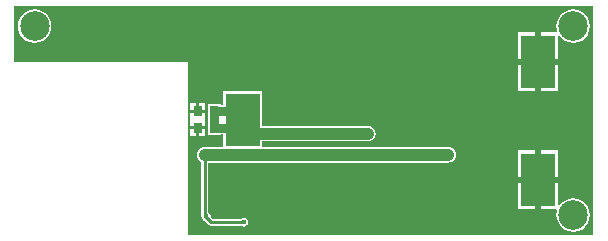
<source format=gbl>
G04*
G04 #@! TF.GenerationSoftware,Altium Limited,Altium Designer,19.1.5 (86)*
G04*
G04 Layer_Physical_Order=2*
G04 Layer_Color=16711680*
%FSLAX25Y25*%
%MOIN*%
G70*
G01*
G75*
%ADD14C,0.01000*%
%ADD17R,0.03150X0.03543*%
%ADD31C,0.03937*%
%ADD33C,0.02953*%
%ADD34C,0.09843*%
%ADD35C,0.01772*%
%ADD36C,0.02756*%
%ADD37R,0.11417X0.17717*%
%ADD38R,0.11811X0.17717*%
G36*
X194123Y1152D02*
X59055D01*
Y59055D01*
X1152D01*
Y77588D01*
X194123D01*
Y1152D01*
D02*
G37*
%LPC*%
G36*
X187402Y76465D02*
X185952Y76274D01*
X184602Y75715D01*
X183442Y74825D01*
X182553Y73666D01*
X181993Y72315D01*
X181802Y70866D01*
X181993Y69417D01*
X182030Y69329D01*
X181752Y68913D01*
X176673D01*
Y60039D01*
X182398D01*
Y67447D01*
X182898Y67617D01*
X183442Y66907D01*
X184602Y66017D01*
X185952Y65458D01*
X187402Y65267D01*
X188851Y65458D01*
X190201Y66017D01*
X191361Y66907D01*
X192251Y68067D01*
X192810Y69417D01*
X193001Y70866D01*
X192810Y72315D01*
X192251Y73666D01*
X191361Y74825D01*
X190201Y75715D01*
X188851Y76274D01*
X187402Y76465D01*
D02*
G37*
G36*
X7874D02*
X6425Y76274D01*
X5074Y75715D01*
X3915Y74825D01*
X3025Y73666D01*
X2466Y72315D01*
X2275Y70866D01*
X2466Y69417D01*
X3025Y68067D01*
X3915Y66907D01*
X5074Y66017D01*
X6425Y65458D01*
X7874Y65267D01*
X9323Y65458D01*
X10674Y66017D01*
X11833Y66907D01*
X12723Y68067D01*
X13282Y69417D01*
X13473Y70866D01*
X13282Y72315D01*
X12723Y73666D01*
X11833Y74825D01*
X10674Y75715D01*
X9323Y76274D01*
X7874Y76465D01*
D02*
G37*
G36*
X174705Y68913D02*
X168980D01*
Y60039D01*
X174705D01*
Y68913D01*
D02*
G37*
G36*
X182398Y58071D02*
X176673D01*
Y49197D01*
X182398D01*
Y58071D01*
D02*
G37*
G36*
X174705D02*
X168980D01*
Y49197D01*
X174705D01*
Y58071D01*
D02*
G37*
G36*
X83799Y49173D02*
X70728D01*
Y44667D01*
X69921D01*
Y44921D01*
X65512D01*
Y40118D01*
X65569D01*
Y39409D01*
X65512D01*
Y34606D01*
X69921D01*
Y34860D01*
X70728D01*
Y30574D01*
X64567D01*
X63889Y30484D01*
X63257Y30222D01*
X62714Y29806D01*
X62297Y29263D01*
X62035Y28631D01*
X61946Y27953D01*
X62035Y27274D01*
X62297Y26642D01*
X62714Y26100D01*
X63257Y25683D01*
X63415Y25618D01*
Y7672D01*
X63434Y7576D01*
X63415Y7480D01*
X63533Y6889D01*
X63868Y6387D01*
X64369Y6053D01*
X64604Y6006D01*
X65913Y4697D01*
X66287Y4447D01*
X66728Y4360D01*
X76555D01*
X76968Y4084D01*
X77559Y3966D01*
X78150Y4084D01*
X78652Y4419D01*
X78987Y4920D01*
X79104Y5512D01*
X78987Y6103D01*
X78652Y6605D01*
X78150Y6940D01*
X77559Y7057D01*
X76968Y6940D01*
X76555Y6664D01*
X67205D01*
X66487Y7382D01*
X66506Y7480D01*
X66388Y8072D01*
X66053Y8573D01*
X65719Y8797D01*
Y25332D01*
X145669D01*
X146348Y25421D01*
X146980Y25683D01*
X147522Y26100D01*
X147939Y26642D01*
X148201Y27274D01*
X148290Y27953D01*
X148201Y28631D01*
X147939Y29263D01*
X147522Y29806D01*
X146980Y30222D01*
X146348Y30484D01*
X145669Y30574D01*
X83799D01*
Y32419D01*
X118898D01*
X119576Y32508D01*
X120208Y32770D01*
X120751Y33186D01*
X121167Y33729D01*
X121429Y34361D01*
X121519Y35039D01*
X121429Y35718D01*
X121167Y36350D01*
X120751Y36893D01*
X120208Y37309D01*
X119576Y37571D01*
X118898Y37660D01*
X83799D01*
Y49173D01*
D02*
G37*
G36*
X64780Y45291D02*
X62705D01*
Y43020D01*
X64780D01*
Y45291D01*
D02*
G37*
G36*
X61705D02*
X59630D01*
Y43020D01*
X61705D01*
Y45291D01*
D02*
G37*
G36*
X64780Y42020D02*
X62205D01*
X59630D01*
Y39748D01*
Y37508D01*
X62205D01*
X64780D01*
Y39748D01*
Y42020D01*
D02*
G37*
G36*
Y36508D02*
X62705D01*
Y34236D01*
X64780D01*
Y36508D01*
D02*
G37*
G36*
X61705D02*
X59630D01*
Y34236D01*
X61705D01*
Y36508D01*
D02*
G37*
G36*
X182398Y29543D02*
X176673D01*
Y20669D01*
X182398D01*
Y29543D01*
D02*
G37*
G36*
X174705D02*
X168980D01*
Y20669D01*
X174705D01*
Y29543D01*
D02*
G37*
G36*
Y18701D02*
X168980D01*
Y9827D01*
X174705D01*
Y18701D01*
D02*
G37*
G36*
X182398D02*
X176673D01*
Y9827D01*
X181752D01*
X182030Y9411D01*
X181993Y9323D01*
X181802Y7874D01*
X181993Y6425D01*
X182553Y5074D01*
X183442Y3915D01*
X184602Y3025D01*
X185952Y2466D01*
X187402Y2275D01*
X188851Y2466D01*
X190201Y3025D01*
X191361Y3915D01*
X192251Y5074D01*
X192810Y6425D01*
X193001Y7874D01*
X192810Y9323D01*
X192251Y10674D01*
X191361Y11833D01*
X190201Y12723D01*
X188851Y13282D01*
X187402Y13473D01*
X185952Y13282D01*
X184602Y12723D01*
X183442Y11833D01*
X182898Y11123D01*
X182398Y11293D01*
Y18701D01*
D02*
G37*
%LPD*%
D14*
X64567Y7672D02*
X66728Y5512D01*
X77559D01*
X64567Y7672D02*
Y27953D01*
X77264Y39685D02*
X81910Y35039D01*
X74587Y37008D02*
X77264Y39685D01*
X74429Y42520D02*
X77264Y39685D01*
D17*
X62205Y37008D02*
D03*
X67716D02*
D03*
X62205Y42520D02*
D03*
X67716D02*
D03*
D31*
X64567Y27953D02*
X145669D01*
X81910Y35039D02*
X118898D01*
D33*
X67716Y37008D02*
X74587D01*
X67716D02*
Y42520D01*
X74429D01*
D34*
X187402Y7874D02*
D03*
Y70866D02*
D03*
X7874D02*
D03*
D35*
X89370Y11024D02*
D03*
X121653Y17717D02*
D03*
Y12598D02*
D03*
X138189Y8661D02*
D03*
X152756Y17717D02*
D03*
X145669D02*
D03*
X138189D02*
D03*
X133071D02*
D03*
X127165D02*
D03*
X69291Y32677D02*
D03*
X87795Y48819D02*
D03*
X83071Y21260D02*
D03*
X101969Y23622D02*
D03*
X113386Y21260D02*
D03*
X105905Y7874D02*
D03*
Y13386D02*
D03*
X64961Y7480D02*
D03*
X77559Y5512D02*
D03*
X68110Y19685D02*
D03*
X178740Y71260D02*
D03*
X172441D02*
D03*
X175591D02*
D03*
X62992Y48819D02*
D03*
X66142D02*
D03*
X60630Y32283D02*
D03*
X124803Y32677D02*
D03*
X127559Y35827D02*
D03*
X157087Y37402D02*
D03*
X151575Y41732D02*
D03*
X145669D02*
D03*
X139764D02*
D03*
X134252D02*
D03*
X157087Y10236D02*
D03*
X106693Y61417D02*
D03*
X150394Y58268D02*
D03*
X144488Y52756D02*
D03*
X127953Y58661D02*
D03*
Y66142D02*
D03*
X135827Y70079D02*
D03*
X126772Y73228D02*
D03*
X107480Y51181D02*
D03*
X103150Y46457D02*
D03*
X109449Y40157D02*
D03*
X97244Y46457D02*
D03*
X103150Y40157D02*
D03*
X185827Y55118D02*
D03*
Y62992D02*
D03*
Y59055D02*
D03*
X165354Y55118D02*
D03*
Y62992D02*
D03*
Y59055D02*
D03*
X179528Y46063D02*
D03*
X171653D02*
D03*
X175591D02*
D03*
X179528Y6693D02*
D03*
X171653D02*
D03*
X175591D02*
D03*
X185827Y15748D02*
D03*
Y23622D02*
D03*
X164567Y15748D02*
D03*
Y23622D02*
D03*
X185827Y19685D02*
D03*
X164567D02*
D03*
X179528Y32677D02*
D03*
X171653D02*
D03*
X175591D02*
D03*
X80315Y62205D02*
D03*
X76772D02*
D03*
X73228D02*
D03*
X69685D02*
D03*
X52756D02*
D03*
X56299D02*
D03*
X59449D02*
D03*
X60630Y19685D02*
D03*
X62992Y62205D02*
D03*
X66142D02*
D03*
X17323Y73228D02*
D03*
X20472D02*
D03*
X24016D02*
D03*
X27559D02*
D03*
X31102D02*
D03*
X34646D02*
D03*
X38189D02*
D03*
X62598D02*
D03*
X59055D02*
D03*
X55512D02*
D03*
X51968D02*
D03*
X48425D02*
D03*
X44882D02*
D03*
X41732D02*
D03*
X87008D02*
D03*
X83465D02*
D03*
X79921D02*
D03*
X76378D02*
D03*
X72835D02*
D03*
X69291D02*
D03*
X66142D02*
D03*
X145276D02*
D03*
X141732D02*
D03*
X104331D02*
D03*
X100787D02*
D03*
X97244D02*
D03*
X93701D02*
D03*
X90551D02*
D03*
X162992D02*
D03*
X159449D02*
D03*
X155905D02*
D03*
X152362D02*
D03*
X149213D02*
D03*
X158661Y2756D02*
D03*
X161811D02*
D03*
X165354D02*
D03*
X168898D02*
D03*
X172441D02*
D03*
X175984D02*
D03*
X179528D02*
D03*
X133858D02*
D03*
X137008D02*
D03*
X140551D02*
D03*
X144095D02*
D03*
X147638D02*
D03*
X151181D02*
D03*
X154724D02*
D03*
X109449D02*
D03*
X112598D02*
D03*
X116142D02*
D03*
X119685D02*
D03*
X123228D02*
D03*
X126772D02*
D03*
X130315D02*
D03*
X85039D02*
D03*
X88189D02*
D03*
X91732D02*
D03*
X95276D02*
D03*
X98819D02*
D03*
X102362D02*
D03*
X105905D02*
D03*
X81496D02*
D03*
X77953D02*
D03*
X74410D02*
D03*
X70866D02*
D03*
X67323D02*
D03*
X63779D02*
D03*
X60630D02*
D03*
D36*
X64567Y27953D02*
D03*
X118898Y35039D02*
D03*
X145669Y27953D02*
D03*
D37*
X175689Y19685D02*
D03*
Y59055D02*
D03*
D38*
X77264Y39685D02*
D03*
M02*

</source>
